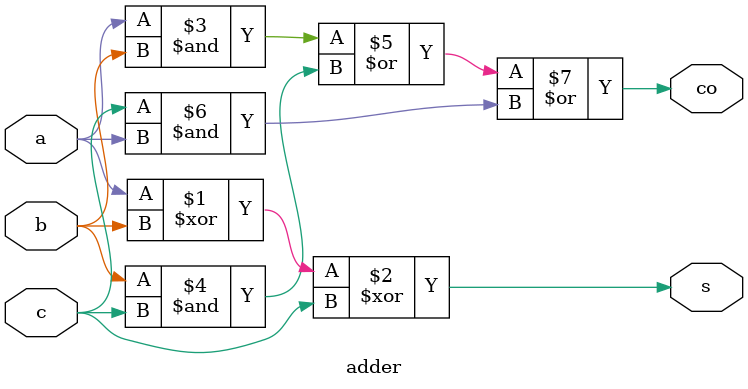
<source format=v>
`timescale 1ns / 1ps
module adder(a,b,c, s,co);
    input a,b,c;
    output s,co;
    assign s = a^b^c;
	 assign co = (a&b)|(b&c)|(c&a);

endmodule

</source>
